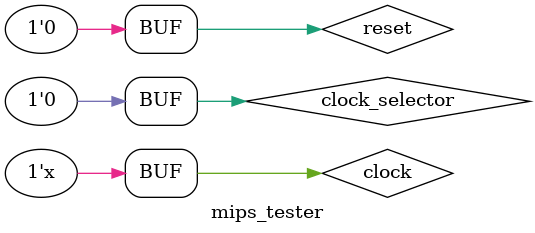
<source format=v>
module mips_tester();
  reg clock;
  reg reset;
  wire clock_selector;
  assign clock_selector=0;
  MIPS mips(
    .SW({13'd0,1'b1,clock_selector,clock,reset})
    );
    
  always@(clock)
    #40 clock <= ~clock;
  
  initial begin
    reset=0;
    clock=0;
    #40
    reset=1;
    #40
    reset=0;
  end
endmodule

</source>
